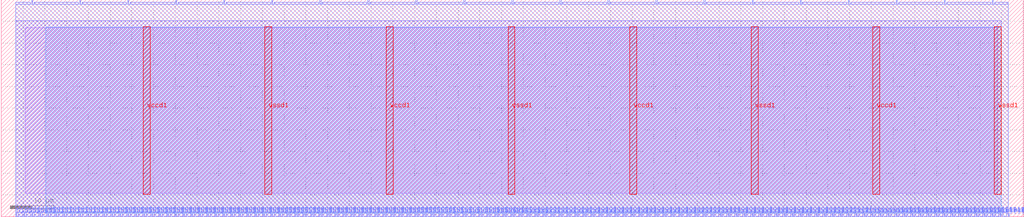
<source format=lef>
VERSION 5.7 ;
  NOWIREEXTENSIONATPIN ON ;
  DIVIDERCHAR "/" ;
  BUSBITCHARS "[]" ;
MACRO N_term_single2
  CLASS BLOCK ;
  FOREIGN N_term_single2 ;
  ORIGIN 0.000 0.000 ;
  SIZE 235.000 BY 50.000 ;
  PIN FrameStrobe[0]
    DIRECTION INPUT ;
    USE SIGNAL ;
    ANTENNAGATEAREA 0.196500 ;
    PORT
      LAYER met2 ;
        RECT 196.510 0.000 196.790 0.800 ;
    END
  END FrameStrobe[0]
  PIN FrameStrobe[10]
    DIRECTION INPUT ;
    USE SIGNAL ;
    ANTENNAGATEAREA 0.196500 ;
    PORT
      LAYER met2 ;
        RECT 214.910 0.000 215.190 0.800 ;
    END
  END FrameStrobe[10]
  PIN FrameStrobe[11]
    DIRECTION INPUT ;
    USE SIGNAL ;
    ANTENNAGATEAREA 0.196500 ;
    PORT
      LAYER met2 ;
        RECT 216.750 0.000 217.030 0.800 ;
    END
  END FrameStrobe[11]
  PIN FrameStrobe[12]
    DIRECTION INPUT ;
    USE SIGNAL ;
    ANTENNAGATEAREA 0.196500 ;
    PORT
      LAYER met2 ;
        RECT 218.590 0.000 218.870 0.800 ;
    END
  END FrameStrobe[12]
  PIN FrameStrobe[13]
    DIRECTION INPUT ;
    USE SIGNAL ;
    ANTENNAGATEAREA 0.196500 ;
    PORT
      LAYER met2 ;
        RECT 220.430 0.000 220.710 0.800 ;
    END
  END FrameStrobe[13]
  PIN FrameStrobe[14]
    DIRECTION INPUT ;
    USE SIGNAL ;
    ANTENNAGATEAREA 0.196500 ;
    PORT
      LAYER met2 ;
        RECT 222.270 0.000 222.550 0.800 ;
    END
  END FrameStrobe[14]
  PIN FrameStrobe[15]
    DIRECTION INPUT ;
    USE SIGNAL ;
    ANTENNAGATEAREA 0.196500 ;
    PORT
      LAYER met2 ;
        RECT 224.110 0.000 224.390 0.800 ;
    END
  END FrameStrobe[15]
  PIN FrameStrobe[16]
    DIRECTION INPUT ;
    USE SIGNAL ;
    ANTENNAGATEAREA 0.196500 ;
    PORT
      LAYER met2 ;
        RECT 225.950 0.000 226.230 0.800 ;
    END
  END FrameStrobe[16]
  PIN FrameStrobe[17]
    DIRECTION INPUT ;
    USE SIGNAL ;
    ANTENNAGATEAREA 0.196500 ;
    PORT
      LAYER met2 ;
        RECT 227.790 0.000 228.070 0.800 ;
    END
  END FrameStrobe[17]
  PIN FrameStrobe[18]
    DIRECTION INPUT ;
    USE SIGNAL ;
    ANTENNAGATEAREA 0.196500 ;
    PORT
      LAYER met2 ;
        RECT 229.630 0.000 229.910 0.800 ;
    END
  END FrameStrobe[18]
  PIN FrameStrobe[19]
    DIRECTION INPUT ;
    USE SIGNAL ;
    ANTENNAGATEAREA 0.196500 ;
    PORT
      LAYER met2 ;
        RECT 231.470 0.000 231.750 0.800 ;
    END
  END FrameStrobe[19]
  PIN FrameStrobe[1]
    DIRECTION INPUT ;
    USE SIGNAL ;
    ANTENNAGATEAREA 0.196500 ;
    PORT
      LAYER met2 ;
        RECT 198.350 0.000 198.630 0.800 ;
    END
  END FrameStrobe[1]
  PIN FrameStrobe[2]
    DIRECTION INPUT ;
    USE SIGNAL ;
    ANTENNAGATEAREA 0.196500 ;
    PORT
      LAYER met2 ;
        RECT 200.190 0.000 200.470 0.800 ;
    END
  END FrameStrobe[2]
  PIN FrameStrobe[3]
    DIRECTION INPUT ;
    USE SIGNAL ;
    ANTENNAGATEAREA 0.196500 ;
    PORT
      LAYER met2 ;
        RECT 202.030 0.000 202.310 0.800 ;
    END
  END FrameStrobe[3]
  PIN FrameStrobe[4]
    DIRECTION INPUT ;
    USE SIGNAL ;
    ANTENNAGATEAREA 0.196500 ;
    PORT
      LAYER met2 ;
        RECT 203.870 0.000 204.150 0.800 ;
    END
  END FrameStrobe[4]
  PIN FrameStrobe[5]
    DIRECTION INPUT ;
    USE SIGNAL ;
    ANTENNAGATEAREA 0.196500 ;
    PORT
      LAYER met2 ;
        RECT 205.710 0.000 205.990 0.800 ;
    END
  END FrameStrobe[5]
  PIN FrameStrobe[6]
    DIRECTION INPUT ;
    USE SIGNAL ;
    ANTENNAGATEAREA 0.126000 ;
    PORT
      LAYER met2 ;
        RECT 207.550 0.000 207.830 0.800 ;
    END
  END FrameStrobe[6]
  PIN FrameStrobe[7]
    DIRECTION INPUT ;
    USE SIGNAL ;
    ANTENNAGATEAREA 0.126000 ;
    PORT
      LAYER met2 ;
        RECT 209.390 0.000 209.670 0.800 ;
    END
  END FrameStrobe[7]
  PIN FrameStrobe[8]
    DIRECTION INPUT ;
    USE SIGNAL ;
    ANTENNAGATEAREA 0.196500 ;
    PORT
      LAYER met2 ;
        RECT 211.230 0.000 211.510 0.800 ;
    END
  END FrameStrobe[8]
  PIN FrameStrobe[9]
    DIRECTION INPUT ;
    USE SIGNAL ;
    ANTENNAGATEAREA 0.196500 ;
    PORT
      LAYER met2 ;
        RECT 213.070 0.000 213.350 0.800 ;
    END
  END FrameStrobe[9]
  PIN FrameStrobe_O[0]
    DIRECTION OUTPUT TRISTATE ;
    USE SIGNAL ;
    ANTENNADIFFAREA 0.445500 ;
    PORT
      LAYER met2 ;
        RECT 18.030 49.200 18.310 50.000 ;
    END
  END FrameStrobe_O[0]
  PIN FrameStrobe_O[10]
    DIRECTION OUTPUT TRISTATE ;
    USE SIGNAL ;
    ANTENNADIFFAREA 0.445500 ;
    PORT
      LAYER met2 ;
        RECT 128.430 49.200 128.710 50.000 ;
    END
  END FrameStrobe_O[10]
  PIN FrameStrobe_O[11]
    DIRECTION OUTPUT TRISTATE ;
    USE SIGNAL ;
    ANTENNADIFFAREA 0.445500 ;
    PORT
      LAYER met2 ;
        RECT 139.470 49.200 139.750 50.000 ;
    END
  END FrameStrobe_O[11]
  PIN FrameStrobe_O[12]
    DIRECTION OUTPUT TRISTATE ;
    USE SIGNAL ;
    ANTENNADIFFAREA 0.795200 ;
    PORT
      LAYER met2 ;
        RECT 150.510 49.200 150.790 50.000 ;
    END
  END FrameStrobe_O[12]
  PIN FrameStrobe_O[13]
    DIRECTION OUTPUT TRISTATE ;
    USE SIGNAL ;
    ANTENNADIFFAREA 0.445500 ;
    PORT
      LAYER met2 ;
        RECT 161.550 49.200 161.830 50.000 ;
    END
  END FrameStrobe_O[13]
  PIN FrameStrobe_O[14]
    DIRECTION OUTPUT TRISTATE ;
    USE SIGNAL ;
    ANTENNADIFFAREA 0.795200 ;
    PORT
      LAYER met2 ;
        RECT 172.590 49.200 172.870 50.000 ;
    END
  END FrameStrobe_O[14]
  PIN FrameStrobe_O[15]
    DIRECTION OUTPUT TRISTATE ;
    USE SIGNAL ;
    ANTENNADIFFAREA 0.445500 ;
    PORT
      LAYER met2 ;
        RECT 183.630 49.200 183.910 50.000 ;
    END
  END FrameStrobe_O[15]
  PIN FrameStrobe_O[16]
    DIRECTION OUTPUT TRISTATE ;
    USE SIGNAL ;
    ANTENNADIFFAREA 0.445500 ;
    PORT
      LAYER met2 ;
        RECT 194.670 49.200 194.950 50.000 ;
    END
  END FrameStrobe_O[16]
  PIN FrameStrobe_O[17]
    DIRECTION OUTPUT TRISTATE ;
    USE SIGNAL ;
    ANTENNADIFFAREA 0.795200 ;
    PORT
      LAYER met2 ;
        RECT 205.710 49.200 205.990 50.000 ;
    END
  END FrameStrobe_O[17]
  PIN FrameStrobe_O[18]
    DIRECTION OUTPUT TRISTATE ;
    USE SIGNAL ;
    ANTENNADIFFAREA 0.445500 ;
    PORT
      LAYER met2 ;
        RECT 216.750 49.200 217.030 50.000 ;
    END
  END FrameStrobe_O[18]
  PIN FrameStrobe_O[19]
    DIRECTION OUTPUT TRISTATE ;
    USE SIGNAL ;
    ANTENNADIFFAREA 0.795200 ;
    PORT
      LAYER met2 ;
        RECT 227.790 49.200 228.070 50.000 ;
    END
  END FrameStrobe_O[19]
  PIN FrameStrobe_O[1]
    DIRECTION OUTPUT TRISTATE ;
    USE SIGNAL ;
    ANTENNADIFFAREA 0.445500 ;
    PORT
      LAYER met2 ;
        RECT 29.070 49.200 29.350 50.000 ;
    END
  END FrameStrobe_O[1]
  PIN FrameStrobe_O[2]
    DIRECTION OUTPUT TRISTATE ;
    USE SIGNAL ;
    ANTENNADIFFAREA 0.795200 ;
    PORT
      LAYER met2 ;
        RECT 40.110 49.200 40.390 50.000 ;
    END
  END FrameStrobe_O[2]
  PIN FrameStrobe_O[3]
    DIRECTION OUTPUT TRISTATE ;
    USE SIGNAL ;
    ANTENNADIFFAREA 0.445500 ;
    PORT
      LAYER met2 ;
        RECT 51.150 49.200 51.430 50.000 ;
    END
  END FrameStrobe_O[3]
  PIN FrameStrobe_O[4]
    DIRECTION OUTPUT TRISTATE ;
    USE SIGNAL ;
    ANTENNADIFFAREA 0.795200 ;
    PORT
      LAYER met2 ;
        RECT 62.190 49.200 62.470 50.000 ;
    END
  END FrameStrobe_O[4]
  PIN FrameStrobe_O[5]
    DIRECTION OUTPUT TRISTATE ;
    USE SIGNAL ;
    ANTENNADIFFAREA 0.445500 ;
    PORT
      LAYER met2 ;
        RECT 73.230 49.200 73.510 50.000 ;
    END
  END FrameStrobe_O[5]
  PIN FrameStrobe_O[6]
    DIRECTION OUTPUT TRISTATE ;
    USE SIGNAL ;
    ANTENNADIFFAREA 0.445500 ;
    PORT
      LAYER met2 ;
        RECT 84.270 49.200 84.550 50.000 ;
    END
  END FrameStrobe_O[6]
  PIN FrameStrobe_O[7]
    DIRECTION OUTPUT TRISTATE ;
    USE SIGNAL ;
    ANTENNADIFFAREA 0.795200 ;
    PORT
      LAYER met2 ;
        RECT 95.310 49.200 95.590 50.000 ;
    END
  END FrameStrobe_O[7]
  PIN FrameStrobe_O[8]
    DIRECTION OUTPUT TRISTATE ;
    USE SIGNAL ;
    ANTENNADIFFAREA 0.445500 ;
    PORT
      LAYER met2 ;
        RECT 106.350 49.200 106.630 50.000 ;
    END
  END FrameStrobe_O[8]
  PIN FrameStrobe_O[9]
    DIRECTION OUTPUT TRISTATE ;
    USE SIGNAL ;
    ANTENNADIFFAREA 0.795200 ;
    PORT
      LAYER met2 ;
        RECT 117.390 49.200 117.670 50.000 ;
    END
  END FrameStrobe_O[9]
  PIN N1END[0]
    DIRECTION INPUT ;
    USE SIGNAL ;
    ANTENNAGATEAREA 0.196500 ;
    PORT
      LAYER met2 ;
        RECT 3.310 0.000 3.590 0.800 ;
    END
  END N1END[0]
  PIN N1END[1]
    DIRECTION INPUT ;
    USE SIGNAL ;
    ANTENNAGATEAREA 0.196500 ;
    PORT
      LAYER met2 ;
        RECT 5.150 0.000 5.430 0.800 ;
    END
  END N1END[1]
  PIN N1END[2]
    DIRECTION INPUT ;
    USE SIGNAL ;
    ANTENNAGATEAREA 0.196500 ;
    PORT
      LAYER met2 ;
        RECT 6.990 0.000 7.270 0.800 ;
    END
  END N1END[2]
  PIN N1END[3]
    DIRECTION INPUT ;
    USE SIGNAL ;
    ANTENNAGATEAREA 0.196500 ;
    PORT
      LAYER met2 ;
        RECT 8.830 0.000 9.110 0.800 ;
    END
  END N1END[3]
  PIN N2END[0]
    DIRECTION INPUT ;
    USE SIGNAL ;
    ANTENNAGATEAREA 0.196500 ;
    PORT
      LAYER met2 ;
        RECT 25.390 0.000 25.670 0.800 ;
    END
  END N2END[0]
  PIN N2END[1]
    DIRECTION INPUT ;
    USE SIGNAL ;
    ANTENNAGATEAREA 0.196500 ;
    PORT
      LAYER met2 ;
        RECT 27.230 0.000 27.510 0.800 ;
    END
  END N2END[1]
  PIN N2END[2]
    DIRECTION INPUT ;
    USE SIGNAL ;
    ANTENNAGATEAREA 0.196500 ;
    PORT
      LAYER met2 ;
        RECT 29.070 0.000 29.350 0.800 ;
    END
  END N2END[2]
  PIN N2END[3]
    DIRECTION INPUT ;
    USE SIGNAL ;
    ANTENNAGATEAREA 0.196500 ;
    PORT
      LAYER met2 ;
        RECT 30.910 0.000 31.190 0.800 ;
    END
  END N2END[3]
  PIN N2END[4]
    DIRECTION INPUT ;
    USE SIGNAL ;
    ANTENNAGATEAREA 0.196500 ;
    PORT
      LAYER met2 ;
        RECT 32.750 0.000 33.030 0.800 ;
    END
  END N2END[4]
  PIN N2END[5]
    DIRECTION INPUT ;
    USE SIGNAL ;
    ANTENNAGATEAREA 0.196500 ;
    PORT
      LAYER met2 ;
        RECT 34.590 0.000 34.870 0.800 ;
    END
  END N2END[5]
  PIN N2END[6]
    DIRECTION INPUT ;
    USE SIGNAL ;
    ANTENNAGATEAREA 0.196500 ;
    PORT
      LAYER met2 ;
        RECT 36.430 0.000 36.710 0.800 ;
    END
  END N2END[6]
  PIN N2END[7]
    DIRECTION INPUT ;
    USE SIGNAL ;
    ANTENNAGATEAREA 0.196500 ;
    PORT
      LAYER met2 ;
        RECT 38.270 0.000 38.550 0.800 ;
    END
  END N2END[7]
  PIN N2MID[0]
    DIRECTION INPUT ;
    USE SIGNAL ;
    ANTENNAGATEAREA 0.126000 ;
    PORT
      LAYER met2 ;
        RECT 10.670 0.000 10.950 0.800 ;
    END
  END N2MID[0]
  PIN N2MID[1]
    DIRECTION INPUT ;
    USE SIGNAL ;
    ANTENNAGATEAREA 0.196500 ;
    PORT
      LAYER met2 ;
        RECT 12.510 0.000 12.790 0.800 ;
    END
  END N2MID[1]
  PIN N2MID[2]
    DIRECTION INPUT ;
    USE SIGNAL ;
    ANTENNAGATEAREA 0.196500 ;
    PORT
      LAYER met2 ;
        RECT 14.350 0.000 14.630 0.800 ;
    END
  END N2MID[2]
  PIN N2MID[3]
    DIRECTION INPUT ;
    USE SIGNAL ;
    ANTENNAGATEAREA 0.196500 ;
    PORT
      LAYER met2 ;
        RECT 16.190 0.000 16.470 0.800 ;
    END
  END N2MID[3]
  PIN N2MID[4]
    DIRECTION INPUT ;
    USE SIGNAL ;
    ANTENNAGATEAREA 0.196500 ;
    PORT
      LAYER met2 ;
        RECT 18.030 0.000 18.310 0.800 ;
    END
  END N2MID[4]
  PIN N2MID[5]
    DIRECTION INPUT ;
    USE SIGNAL ;
    ANTENNAGATEAREA 0.196500 ;
    PORT
      LAYER met2 ;
        RECT 19.870 0.000 20.150 0.800 ;
    END
  END N2MID[5]
  PIN N2MID[6]
    DIRECTION INPUT ;
    USE SIGNAL ;
    ANTENNAGATEAREA 0.196500 ;
    PORT
      LAYER met2 ;
        RECT 21.710 0.000 21.990 0.800 ;
    END
  END N2MID[6]
  PIN N2MID[7]
    DIRECTION INPUT ;
    USE SIGNAL ;
    ANTENNAGATEAREA 0.196500 ;
    PORT
      LAYER met2 ;
        RECT 23.550 0.000 23.830 0.800 ;
    END
  END N2MID[7]
  PIN N4END[0]
    DIRECTION INPUT ;
    USE SIGNAL ;
    ANTENNAGATEAREA 0.196500 ;
    PORT
      LAYER met2 ;
        RECT 40.110 0.000 40.390 0.800 ;
    END
  END N4END[0]
  PIN N4END[10]
    DIRECTION INPUT ;
    USE SIGNAL ;
    ANTENNAGATEAREA 0.196500 ;
    PORT
      LAYER met2 ;
        RECT 58.510 0.000 58.790 0.800 ;
    END
  END N4END[10]
  PIN N4END[11]
    DIRECTION INPUT ;
    USE SIGNAL ;
    ANTENNAGATEAREA 0.196500 ;
    PORT
      LAYER met2 ;
        RECT 60.350 0.000 60.630 0.800 ;
    END
  END N4END[11]
  PIN N4END[12]
    DIRECTION INPUT ;
    USE SIGNAL ;
    ANTENNAGATEAREA 0.196500 ;
    PORT
      LAYER met2 ;
        RECT 62.190 0.000 62.470 0.800 ;
    END
  END N4END[12]
  PIN N4END[13]
    DIRECTION INPUT ;
    USE SIGNAL ;
    ANTENNAGATEAREA 0.196500 ;
    PORT
      LAYER met2 ;
        RECT 64.030 0.000 64.310 0.800 ;
    END
  END N4END[13]
  PIN N4END[14]
    DIRECTION INPUT ;
    USE SIGNAL ;
    ANTENNAGATEAREA 0.196500 ;
    PORT
      LAYER met2 ;
        RECT 65.870 0.000 66.150 0.800 ;
    END
  END N4END[14]
  PIN N4END[15]
    DIRECTION INPUT ;
    USE SIGNAL ;
    ANTENNAGATEAREA 0.196500 ;
    PORT
      LAYER met2 ;
        RECT 67.710 0.000 67.990 0.800 ;
    END
  END N4END[15]
  PIN N4END[1]
    DIRECTION INPUT ;
    USE SIGNAL ;
    ANTENNAGATEAREA 0.126000 ;
    PORT
      LAYER met2 ;
        RECT 41.950 0.000 42.230 0.800 ;
    END
  END N4END[1]
  PIN N4END[2]
    DIRECTION INPUT ;
    USE SIGNAL ;
    ANTENNAGATEAREA 0.196500 ;
    PORT
      LAYER met2 ;
        RECT 43.790 0.000 44.070 0.800 ;
    END
  END N4END[2]
  PIN N4END[3]
    DIRECTION INPUT ;
    USE SIGNAL ;
    ANTENNAGATEAREA 0.196500 ;
    PORT
      LAYER met2 ;
        RECT 45.630 0.000 45.910 0.800 ;
    END
  END N4END[3]
  PIN N4END[4]
    DIRECTION INPUT ;
    USE SIGNAL ;
    ANTENNAGATEAREA 0.196500 ;
    PORT
      LAYER met2 ;
        RECT 47.470 0.000 47.750 0.800 ;
    END
  END N4END[4]
  PIN N4END[5]
    DIRECTION INPUT ;
    USE SIGNAL ;
    ANTENNAGATEAREA 0.196500 ;
    PORT
      LAYER met2 ;
        RECT 49.310 0.000 49.590 0.800 ;
    END
  END N4END[5]
  PIN N4END[6]
    DIRECTION INPUT ;
    USE SIGNAL ;
    ANTENNAGATEAREA 0.196500 ;
    PORT
      LAYER met2 ;
        RECT 51.150 0.000 51.430 0.800 ;
    END
  END N4END[6]
  PIN N4END[7]
    DIRECTION INPUT ;
    USE SIGNAL ;
    ANTENNAGATEAREA 0.196500 ;
    PORT
      LAYER met2 ;
        RECT 52.990 0.000 53.270 0.800 ;
    END
  END N4END[7]
  PIN N4END[8]
    DIRECTION INPUT ;
    USE SIGNAL ;
    ANTENNAGATEAREA 0.196500 ;
    PORT
      LAYER met2 ;
        RECT 54.830 0.000 55.110 0.800 ;
    END
  END N4END[8]
  PIN N4END[9]
    DIRECTION INPUT ;
    USE SIGNAL ;
    ANTENNAGATEAREA 0.196500 ;
    PORT
      LAYER met2 ;
        RECT 56.670 0.000 56.950 0.800 ;
    END
  END N4END[9]
  PIN NN4END[0]
    DIRECTION INPUT ;
    USE SIGNAL ;
    ANTENNAGATEAREA 0.196500 ;
    PORT
      LAYER met2 ;
        RECT 69.550 0.000 69.830 0.800 ;
    END
  END NN4END[0]
  PIN NN4END[10]
    DIRECTION INPUT ;
    USE SIGNAL ;
    ANTENNAGATEAREA 0.196500 ;
    PORT
      LAYER met2 ;
        RECT 87.950 0.000 88.230 0.800 ;
    END
  END NN4END[10]
  PIN NN4END[11]
    DIRECTION INPUT ;
    USE SIGNAL ;
    ANTENNAGATEAREA 0.196500 ;
    PORT
      LAYER met2 ;
        RECT 89.790 0.000 90.070 0.800 ;
    END
  END NN4END[11]
  PIN NN4END[12]
    DIRECTION INPUT ;
    USE SIGNAL ;
    ANTENNAGATEAREA 0.196500 ;
    PORT
      LAYER met2 ;
        RECT 91.630 0.000 91.910 0.800 ;
    END
  END NN4END[12]
  PIN NN4END[13]
    DIRECTION INPUT ;
    USE SIGNAL ;
    ANTENNAGATEAREA 0.196500 ;
    PORT
      LAYER met2 ;
        RECT 93.470 0.000 93.750 0.800 ;
    END
  END NN4END[13]
  PIN NN4END[14]
    DIRECTION INPUT ;
    USE SIGNAL ;
    ANTENNAGATEAREA 0.196500 ;
    PORT
      LAYER met2 ;
        RECT 95.310 0.000 95.590 0.800 ;
    END
  END NN4END[14]
  PIN NN4END[15]
    DIRECTION INPUT ;
    USE SIGNAL ;
    ANTENNAGATEAREA 0.196500 ;
    PORT
      LAYER met2 ;
        RECT 97.150 0.000 97.430 0.800 ;
    END
  END NN4END[15]
  PIN NN4END[1]
    DIRECTION INPUT ;
    USE SIGNAL ;
    ANTENNAGATEAREA 0.196500 ;
    PORT
      LAYER met2 ;
        RECT 71.390 0.000 71.670 0.800 ;
    END
  END NN4END[1]
  PIN NN4END[2]
    DIRECTION INPUT ;
    USE SIGNAL ;
    ANTENNAGATEAREA 0.196500 ;
    PORT
      LAYER met2 ;
        RECT 73.230 0.000 73.510 0.800 ;
    END
  END NN4END[2]
  PIN NN4END[3]
    DIRECTION INPUT ;
    USE SIGNAL ;
    ANTENNAGATEAREA 0.196500 ;
    PORT
      LAYER met2 ;
        RECT 75.070 0.000 75.350 0.800 ;
    END
  END NN4END[3]
  PIN NN4END[4]
    DIRECTION INPUT ;
    USE SIGNAL ;
    ANTENNAGATEAREA 0.196500 ;
    PORT
      LAYER met2 ;
        RECT 76.910 0.000 77.190 0.800 ;
    END
  END NN4END[4]
  PIN NN4END[5]
    DIRECTION INPUT ;
    USE SIGNAL ;
    ANTENNAGATEAREA 0.196500 ;
    PORT
      LAYER met2 ;
        RECT 78.750 0.000 79.030 0.800 ;
    END
  END NN4END[5]
  PIN NN4END[6]
    DIRECTION INPUT ;
    USE SIGNAL ;
    ANTENNAGATEAREA 0.196500 ;
    PORT
      LAYER met2 ;
        RECT 80.590 0.000 80.870 0.800 ;
    END
  END NN4END[6]
  PIN NN4END[7]
    DIRECTION INPUT ;
    USE SIGNAL ;
    ANTENNAGATEAREA 0.196500 ;
    PORT
      LAYER met2 ;
        RECT 82.430 0.000 82.710 0.800 ;
    END
  END NN4END[7]
  PIN NN4END[8]
    DIRECTION INPUT ;
    USE SIGNAL ;
    ANTENNAGATEAREA 0.196500 ;
    PORT
      LAYER met2 ;
        RECT 84.270 0.000 84.550 0.800 ;
    END
  END NN4END[8]
  PIN NN4END[9]
    DIRECTION INPUT ;
    USE SIGNAL ;
    ANTENNAGATEAREA 0.196500 ;
    PORT
      LAYER met2 ;
        RECT 86.110 0.000 86.390 0.800 ;
    END
  END NN4END[9]
  PIN S1BEG[0]
    DIRECTION OUTPUT TRISTATE ;
    USE SIGNAL ;
    ANTENNADIFFAREA 0.445500 ;
    PORT
      LAYER met2 ;
        RECT 98.990 0.000 99.270 0.800 ;
    END
  END S1BEG[0]
  PIN S1BEG[1]
    DIRECTION OUTPUT TRISTATE ;
    USE SIGNAL ;
    ANTENNADIFFAREA 0.445500 ;
    PORT
      LAYER met2 ;
        RECT 100.830 0.000 101.110 0.800 ;
    END
  END S1BEG[1]
  PIN S1BEG[2]
    DIRECTION OUTPUT TRISTATE ;
    USE SIGNAL ;
    ANTENNADIFFAREA 0.445500 ;
    PORT
      LAYER met2 ;
        RECT 102.670 0.000 102.950 0.800 ;
    END
  END S1BEG[2]
  PIN S1BEG[3]
    DIRECTION OUTPUT TRISTATE ;
    USE SIGNAL ;
    ANTENNADIFFAREA 0.795200 ;
    PORT
      LAYER met2 ;
        RECT 104.510 0.000 104.790 0.800 ;
    END
  END S1BEG[3]
  PIN S2BEG[0]
    DIRECTION OUTPUT TRISTATE ;
    USE SIGNAL ;
    ANTENNADIFFAREA 0.795200 ;
    PORT
      LAYER met2 ;
        RECT 121.070 0.000 121.350 0.800 ;
    END
  END S2BEG[0]
  PIN S2BEG[1]
    DIRECTION OUTPUT TRISTATE ;
    USE SIGNAL ;
    ANTENNADIFFAREA 0.795200 ;
    PORT
      LAYER met2 ;
        RECT 122.910 0.000 123.190 0.800 ;
    END
  END S2BEG[1]
  PIN S2BEG[2]
    DIRECTION OUTPUT TRISTATE ;
    USE SIGNAL ;
    ANTENNADIFFAREA 0.445500 ;
    PORT
      LAYER met2 ;
        RECT 124.750 0.000 125.030 0.800 ;
    END
  END S2BEG[2]
  PIN S2BEG[3]
    DIRECTION OUTPUT TRISTATE ;
    USE SIGNAL ;
    ANTENNADIFFAREA 0.445500 ;
    PORT
      LAYER met2 ;
        RECT 126.590 0.000 126.870 0.800 ;
    END
  END S2BEG[3]
  PIN S2BEG[4]
    DIRECTION OUTPUT TRISTATE ;
    USE SIGNAL ;
    ANTENNADIFFAREA 0.795200 ;
    PORT
      LAYER met2 ;
        RECT 128.430 0.000 128.710 0.800 ;
    END
  END S2BEG[4]
  PIN S2BEG[5]
    DIRECTION OUTPUT TRISTATE ;
    USE SIGNAL ;
    ANTENNADIFFAREA 0.795200 ;
    PORT
      LAYER met2 ;
        RECT 130.270 0.000 130.550 0.800 ;
    END
  END S2BEG[5]
  PIN S2BEG[6]
    DIRECTION OUTPUT TRISTATE ;
    USE SIGNAL ;
    ANTENNADIFFAREA 0.445500 ;
    PORT
      LAYER met2 ;
        RECT 132.110 0.000 132.390 0.800 ;
    END
  END S2BEG[6]
  PIN S2BEG[7]
    DIRECTION OUTPUT TRISTATE ;
    USE SIGNAL ;
    ANTENNADIFFAREA 0.445500 ;
    PORT
      LAYER met2 ;
        RECT 133.950 0.000 134.230 0.800 ;
    END
  END S2BEG[7]
  PIN S2BEGb[0]
    DIRECTION OUTPUT TRISTATE ;
    USE SIGNAL ;
    ANTENNADIFFAREA 0.445500 ;
    PORT
      LAYER met2 ;
        RECT 106.350 0.000 106.630 0.800 ;
    END
  END S2BEGb[0]
  PIN S2BEGb[1]
    DIRECTION OUTPUT TRISTATE ;
    USE SIGNAL ;
    ANTENNADIFFAREA 0.445500 ;
    PORT
      LAYER met2 ;
        RECT 108.190 0.000 108.470 0.800 ;
    END
  END S2BEGb[1]
  PIN S2BEGb[2]
    DIRECTION OUTPUT TRISTATE ;
    USE SIGNAL ;
    ANTENNADIFFAREA 0.795200 ;
    PORT
      LAYER met2 ;
        RECT 110.030 0.000 110.310 0.800 ;
    END
  END S2BEGb[2]
  PIN S2BEGb[3]
    DIRECTION OUTPUT TRISTATE ;
    USE SIGNAL ;
    ANTENNADIFFAREA 0.445500 ;
    PORT
      LAYER met2 ;
        RECT 111.870 0.000 112.150 0.800 ;
    END
  END S2BEGb[3]
  PIN S2BEGb[4]
    DIRECTION OUTPUT TRISTATE ;
    USE SIGNAL ;
    ANTENNADIFFAREA 0.445500 ;
    PORT
      LAYER met2 ;
        RECT 113.710 0.000 113.990 0.800 ;
    END
  END S2BEGb[4]
  PIN S2BEGb[5]
    DIRECTION OUTPUT TRISTATE ;
    USE SIGNAL ;
    ANTENNADIFFAREA 0.445500 ;
    PORT
      LAYER met2 ;
        RECT 115.550 0.000 115.830 0.800 ;
    END
  END S2BEGb[5]
  PIN S2BEGb[6]
    DIRECTION OUTPUT TRISTATE ;
    USE SIGNAL ;
    ANTENNADIFFAREA 0.795200 ;
    PORT
      LAYER met2 ;
        RECT 117.390 0.000 117.670 0.800 ;
    END
  END S2BEGb[6]
  PIN S2BEGb[7]
    DIRECTION OUTPUT TRISTATE ;
    USE SIGNAL ;
    ANTENNADIFFAREA 0.445500 ;
    PORT
      LAYER met2 ;
        RECT 119.230 0.000 119.510 0.800 ;
    END
  END S2BEGb[7]
  PIN S4BEG[0]
    DIRECTION OUTPUT TRISTATE ;
    USE SIGNAL ;
    ANTENNADIFFAREA 0.795200 ;
    PORT
      LAYER met2 ;
        RECT 135.790 0.000 136.070 0.800 ;
    END
  END S4BEG[0]
  PIN S4BEG[10]
    DIRECTION OUTPUT TRISTATE ;
    USE SIGNAL ;
    ANTENNADIFFAREA 0.795200 ;
    PORT
      LAYER met2 ;
        RECT 154.190 0.000 154.470 0.800 ;
    END
  END S4BEG[10]
  PIN S4BEG[11]
    DIRECTION OUTPUT TRISTATE ;
    USE SIGNAL ;
    ANTENNADIFFAREA 0.795200 ;
    PORT
      LAYER met2 ;
        RECT 156.030 0.000 156.310 0.800 ;
    END
  END S4BEG[11]
  PIN S4BEG[12]
    DIRECTION OUTPUT TRISTATE ;
    USE SIGNAL ;
    ANTENNADIFFAREA 0.795200 ;
    PORT
      LAYER met2 ;
        RECT 157.870 0.000 158.150 0.800 ;
    END
  END S4BEG[12]
  PIN S4BEG[13]
    DIRECTION OUTPUT TRISTATE ;
    USE SIGNAL ;
    ANTENNADIFFAREA 0.795200 ;
    PORT
      LAYER met2 ;
        RECT 159.710 0.000 159.990 0.800 ;
    END
  END S4BEG[13]
  PIN S4BEG[14]
    DIRECTION OUTPUT TRISTATE ;
    USE SIGNAL ;
    ANTENNADIFFAREA 0.795200 ;
    PORT
      LAYER met2 ;
        RECT 161.550 0.000 161.830 0.800 ;
    END
  END S4BEG[14]
  PIN S4BEG[15]
    DIRECTION OUTPUT TRISTATE ;
    USE SIGNAL ;
    ANTENNADIFFAREA 0.795200 ;
    PORT
      LAYER met2 ;
        RECT 163.390 0.000 163.670 0.800 ;
    END
  END S4BEG[15]
  PIN S4BEG[1]
    DIRECTION OUTPUT TRISTATE ;
    USE SIGNAL ;
    ANTENNADIFFAREA 0.795200 ;
    PORT
      LAYER met2 ;
        RECT 137.630 0.000 137.910 0.800 ;
    END
  END S4BEG[1]
  PIN S4BEG[2]
    DIRECTION OUTPUT TRISTATE ;
    USE SIGNAL ;
    ANTENNADIFFAREA 0.445500 ;
    PORT
      LAYER met2 ;
        RECT 139.470 0.000 139.750 0.800 ;
    END
  END S4BEG[2]
  PIN S4BEG[3]
    DIRECTION OUTPUT TRISTATE ;
    USE SIGNAL ;
    ANTENNADIFFAREA 0.795200 ;
    PORT
      LAYER met2 ;
        RECT 141.310 0.000 141.590 0.800 ;
    END
  END S4BEG[3]
  PIN S4BEG[4]
    DIRECTION OUTPUT TRISTATE ;
    USE SIGNAL ;
    ANTENNADIFFAREA 0.795200 ;
    PORT
      LAYER met2 ;
        RECT 143.150 0.000 143.430 0.800 ;
    END
  END S4BEG[4]
  PIN S4BEG[5]
    DIRECTION OUTPUT TRISTATE ;
    USE SIGNAL ;
    ANTENNADIFFAREA 0.795200 ;
    PORT
      LAYER met2 ;
        RECT 144.990 0.000 145.270 0.800 ;
    END
  END S4BEG[5]
  PIN S4BEG[6]
    DIRECTION OUTPUT TRISTATE ;
    USE SIGNAL ;
    ANTENNADIFFAREA 0.795200 ;
    PORT
      LAYER met2 ;
        RECT 146.830 0.000 147.110 0.800 ;
    END
  END S4BEG[6]
  PIN S4BEG[7]
    DIRECTION OUTPUT TRISTATE ;
    USE SIGNAL ;
    ANTENNADIFFAREA 0.795200 ;
    PORT
      LAYER met2 ;
        RECT 148.670 0.000 148.950 0.800 ;
    END
  END S4BEG[7]
  PIN S4BEG[8]
    DIRECTION OUTPUT TRISTATE ;
    USE SIGNAL ;
    ANTENNADIFFAREA 0.795200 ;
    PORT
      LAYER met2 ;
        RECT 150.510 0.000 150.790 0.800 ;
    END
  END S4BEG[8]
  PIN S4BEG[9]
    DIRECTION OUTPUT TRISTATE ;
    USE SIGNAL ;
    ANTENNADIFFAREA 0.795200 ;
    PORT
      LAYER met2 ;
        RECT 152.350 0.000 152.630 0.800 ;
    END
  END S4BEG[9]
  PIN SS4BEG[0]
    DIRECTION OUTPUT TRISTATE ;
    USE SIGNAL ;
    ANTENNADIFFAREA 0.795200 ;
    PORT
      LAYER met2 ;
        RECT 165.230 0.000 165.510 0.800 ;
    END
  END SS4BEG[0]
  PIN SS4BEG[10]
    DIRECTION OUTPUT TRISTATE ;
    USE SIGNAL ;
    ANTENNADIFFAREA 0.795200 ;
    PORT
      LAYER met2 ;
        RECT 183.630 0.000 183.910 0.800 ;
    END
  END SS4BEG[10]
  PIN SS4BEG[11]
    DIRECTION OUTPUT TRISTATE ;
    USE SIGNAL ;
    ANTENNADIFFAREA 0.795200 ;
    PORT
      LAYER met2 ;
        RECT 185.470 0.000 185.750 0.800 ;
    END
  END SS4BEG[11]
  PIN SS4BEG[12]
    DIRECTION OUTPUT TRISTATE ;
    USE SIGNAL ;
    ANTENNADIFFAREA 0.795200 ;
    PORT
      LAYER met2 ;
        RECT 187.310 0.000 187.590 0.800 ;
    END
  END SS4BEG[12]
  PIN SS4BEG[13]
    DIRECTION OUTPUT TRISTATE ;
    USE SIGNAL ;
    ANTENNADIFFAREA 0.795200 ;
    PORT
      LAYER met2 ;
        RECT 189.150 0.000 189.430 0.800 ;
    END
  END SS4BEG[13]
  PIN SS4BEG[14]
    DIRECTION OUTPUT TRISTATE ;
    USE SIGNAL ;
    ANTENNADIFFAREA 0.795200 ;
    PORT
      LAYER met2 ;
        RECT 190.990 0.000 191.270 0.800 ;
    END
  END SS4BEG[14]
  PIN SS4BEG[15]
    DIRECTION OUTPUT TRISTATE ;
    USE SIGNAL ;
    ANTENNADIFFAREA 0.795200 ;
    PORT
      LAYER met2 ;
        RECT 192.830 0.000 193.110 0.800 ;
    END
  END SS4BEG[15]
  PIN SS4BEG[1]
    DIRECTION OUTPUT TRISTATE ;
    USE SIGNAL ;
    ANTENNADIFFAREA 0.795200 ;
    PORT
      LAYER met2 ;
        RECT 167.070 0.000 167.350 0.800 ;
    END
  END SS4BEG[1]
  PIN SS4BEG[2]
    DIRECTION OUTPUT TRISTATE ;
    USE SIGNAL ;
    ANTENNADIFFAREA 0.795200 ;
    PORT
      LAYER met2 ;
        RECT 168.910 0.000 169.190 0.800 ;
    END
  END SS4BEG[2]
  PIN SS4BEG[3]
    DIRECTION OUTPUT TRISTATE ;
    USE SIGNAL ;
    ANTENNADIFFAREA 0.795200 ;
    PORT
      LAYER met2 ;
        RECT 170.750 0.000 171.030 0.800 ;
    END
  END SS4BEG[3]
  PIN SS4BEG[4]
    DIRECTION OUTPUT TRISTATE ;
    USE SIGNAL ;
    ANTENNADIFFAREA 0.795200 ;
    PORT
      LAYER met2 ;
        RECT 172.590 0.000 172.870 0.800 ;
    END
  END SS4BEG[4]
  PIN SS4BEG[5]
    DIRECTION OUTPUT TRISTATE ;
    USE SIGNAL ;
    ANTENNADIFFAREA 0.795200 ;
    PORT
      LAYER met2 ;
        RECT 174.430 0.000 174.710 0.800 ;
    END
  END SS4BEG[5]
  PIN SS4BEG[6]
    DIRECTION OUTPUT TRISTATE ;
    USE SIGNAL ;
    ANTENNADIFFAREA 0.795200 ;
    PORT
      LAYER met2 ;
        RECT 176.270 0.000 176.550 0.800 ;
    END
  END SS4BEG[6]
  PIN SS4BEG[7]
    DIRECTION OUTPUT TRISTATE ;
    USE SIGNAL ;
    ANTENNADIFFAREA 0.795200 ;
    PORT
      LAYER met2 ;
        RECT 178.110 0.000 178.390 0.800 ;
    END
  END SS4BEG[7]
  PIN SS4BEG[8]
    DIRECTION OUTPUT TRISTATE ;
    USE SIGNAL ;
    ANTENNADIFFAREA 0.795200 ;
    PORT
      LAYER met2 ;
        RECT 179.950 0.000 180.230 0.800 ;
    END
  END SS4BEG[8]
  PIN SS4BEG[9]
    DIRECTION OUTPUT TRISTATE ;
    USE SIGNAL ;
    ANTENNADIFFAREA 0.795200 ;
    PORT
      LAYER met2 ;
        RECT 181.790 0.000 182.070 0.800 ;
    END
  END SS4BEG[9]
  PIN UserCLK
    DIRECTION INPUT ;
    USE SIGNAL ;
    ANTENNAGATEAREA 0.196500 ;
    PORT
      LAYER met2 ;
        RECT 194.670 0.000 194.950 0.800 ;
    END
  END UserCLK
  PIN UserCLKo
    DIRECTION OUTPUT TRISTATE ;
    USE SIGNAL ;
    ANTENNADIFFAREA 0.795200 ;
    PORT
      LAYER met2 ;
        RECT 6.990 49.200 7.270 50.000 ;
    END
  END UserCLKo
  PIN vccd1
    DIRECTION INOUT ;
    USE POWER ;
    PORT
      LAYER met4 ;
        RECT 32.665 5.200 34.265 43.760 ;
    END
    PORT
      LAYER met4 ;
        RECT 88.555 5.200 90.155 43.760 ;
    END
    PORT
      LAYER met4 ;
        RECT 144.445 5.200 146.045 43.760 ;
    END
    PORT
      LAYER met4 ;
        RECT 200.335 5.200 201.935 43.760 ;
    END
  END vccd1
  PIN vssd1
    DIRECTION INOUT ;
    USE GROUND ;
    PORT
      LAYER met4 ;
        RECT 60.610 5.200 62.210 43.760 ;
    END
    PORT
      LAYER met4 ;
        RECT 116.500 5.200 118.100 43.760 ;
    END
    PORT
      LAYER met4 ;
        RECT 172.390 5.200 173.990 43.760 ;
    END
    PORT
      LAYER met4 ;
        RECT 228.280 5.200 229.880 43.760 ;
    END
  END vssd1
  OBS
      LAYER li1 ;
        RECT 5.520 5.355 229.080 43.605 ;
      LAYER met1 ;
        RECT 3.290 0.040 229.930 45.180 ;
      LAYER met2 ;
        RECT 3.320 48.920 6.710 49.370 ;
        RECT 7.550 48.920 17.750 49.370 ;
        RECT 18.590 48.920 28.790 49.370 ;
        RECT 29.630 48.920 39.830 49.370 ;
        RECT 40.670 48.920 50.870 49.370 ;
        RECT 51.710 48.920 61.910 49.370 ;
        RECT 62.750 48.920 72.950 49.370 ;
        RECT 73.790 48.920 83.990 49.370 ;
        RECT 84.830 48.920 95.030 49.370 ;
        RECT 95.870 48.920 106.070 49.370 ;
        RECT 106.910 48.920 117.110 49.370 ;
        RECT 117.950 48.920 128.150 49.370 ;
        RECT 128.990 48.920 139.190 49.370 ;
        RECT 140.030 48.920 150.230 49.370 ;
        RECT 151.070 48.920 161.270 49.370 ;
        RECT 162.110 48.920 172.310 49.370 ;
        RECT 173.150 48.920 183.350 49.370 ;
        RECT 184.190 48.920 194.390 49.370 ;
        RECT 195.230 48.920 205.430 49.370 ;
        RECT 206.270 48.920 216.470 49.370 ;
        RECT 217.310 48.920 227.510 49.370 ;
        RECT 228.350 48.920 231.470 49.370 ;
        RECT 3.320 1.080 231.470 48.920 ;
        RECT 3.870 0.010 4.870 1.080 ;
        RECT 5.710 0.010 6.710 1.080 ;
        RECT 7.550 0.010 8.550 1.080 ;
        RECT 9.390 0.010 10.390 1.080 ;
        RECT 11.230 0.010 12.230 1.080 ;
        RECT 13.070 0.010 14.070 1.080 ;
        RECT 14.910 0.010 15.910 1.080 ;
        RECT 16.750 0.010 17.750 1.080 ;
        RECT 18.590 0.010 19.590 1.080 ;
        RECT 20.430 0.010 21.430 1.080 ;
        RECT 22.270 0.010 23.270 1.080 ;
        RECT 24.110 0.010 25.110 1.080 ;
        RECT 25.950 0.010 26.950 1.080 ;
        RECT 27.790 0.010 28.790 1.080 ;
        RECT 29.630 0.010 30.630 1.080 ;
        RECT 31.470 0.010 32.470 1.080 ;
        RECT 33.310 0.010 34.310 1.080 ;
        RECT 35.150 0.010 36.150 1.080 ;
        RECT 36.990 0.010 37.990 1.080 ;
        RECT 38.830 0.010 39.830 1.080 ;
        RECT 40.670 0.010 41.670 1.080 ;
        RECT 42.510 0.010 43.510 1.080 ;
        RECT 44.350 0.010 45.350 1.080 ;
        RECT 46.190 0.010 47.190 1.080 ;
        RECT 48.030 0.010 49.030 1.080 ;
        RECT 49.870 0.010 50.870 1.080 ;
        RECT 51.710 0.010 52.710 1.080 ;
        RECT 53.550 0.010 54.550 1.080 ;
        RECT 55.390 0.010 56.390 1.080 ;
        RECT 57.230 0.010 58.230 1.080 ;
        RECT 59.070 0.010 60.070 1.080 ;
        RECT 60.910 0.010 61.910 1.080 ;
        RECT 62.750 0.010 63.750 1.080 ;
        RECT 64.590 0.010 65.590 1.080 ;
        RECT 66.430 0.010 67.430 1.080 ;
        RECT 68.270 0.010 69.270 1.080 ;
        RECT 70.110 0.010 71.110 1.080 ;
        RECT 71.950 0.010 72.950 1.080 ;
        RECT 73.790 0.010 74.790 1.080 ;
        RECT 75.630 0.010 76.630 1.080 ;
        RECT 77.470 0.010 78.470 1.080 ;
        RECT 79.310 0.010 80.310 1.080 ;
        RECT 81.150 0.010 82.150 1.080 ;
        RECT 82.990 0.010 83.990 1.080 ;
        RECT 84.830 0.010 85.830 1.080 ;
        RECT 86.670 0.010 87.670 1.080 ;
        RECT 88.510 0.010 89.510 1.080 ;
        RECT 90.350 0.010 91.350 1.080 ;
        RECT 92.190 0.010 93.190 1.080 ;
        RECT 94.030 0.010 95.030 1.080 ;
        RECT 95.870 0.010 96.870 1.080 ;
        RECT 97.710 0.010 98.710 1.080 ;
        RECT 99.550 0.010 100.550 1.080 ;
        RECT 101.390 0.010 102.390 1.080 ;
        RECT 103.230 0.010 104.230 1.080 ;
        RECT 105.070 0.010 106.070 1.080 ;
        RECT 106.910 0.010 107.910 1.080 ;
        RECT 108.750 0.010 109.750 1.080 ;
        RECT 110.590 0.010 111.590 1.080 ;
        RECT 112.430 0.010 113.430 1.080 ;
        RECT 114.270 0.010 115.270 1.080 ;
        RECT 116.110 0.010 117.110 1.080 ;
        RECT 117.950 0.010 118.950 1.080 ;
        RECT 119.790 0.010 120.790 1.080 ;
        RECT 121.630 0.010 122.630 1.080 ;
        RECT 123.470 0.010 124.470 1.080 ;
        RECT 125.310 0.010 126.310 1.080 ;
        RECT 127.150 0.010 128.150 1.080 ;
        RECT 128.990 0.010 129.990 1.080 ;
        RECT 130.830 0.010 131.830 1.080 ;
        RECT 132.670 0.010 133.670 1.080 ;
        RECT 134.510 0.010 135.510 1.080 ;
        RECT 136.350 0.010 137.350 1.080 ;
        RECT 138.190 0.010 139.190 1.080 ;
        RECT 140.030 0.010 141.030 1.080 ;
        RECT 141.870 0.010 142.870 1.080 ;
        RECT 143.710 0.010 144.710 1.080 ;
        RECT 145.550 0.010 146.550 1.080 ;
        RECT 147.390 0.010 148.390 1.080 ;
        RECT 149.230 0.010 150.230 1.080 ;
        RECT 151.070 0.010 152.070 1.080 ;
        RECT 152.910 0.010 153.910 1.080 ;
        RECT 154.750 0.010 155.750 1.080 ;
        RECT 156.590 0.010 157.590 1.080 ;
        RECT 158.430 0.010 159.430 1.080 ;
        RECT 160.270 0.010 161.270 1.080 ;
        RECT 162.110 0.010 163.110 1.080 ;
        RECT 163.950 0.010 164.950 1.080 ;
        RECT 165.790 0.010 166.790 1.080 ;
        RECT 167.630 0.010 168.630 1.080 ;
        RECT 169.470 0.010 170.470 1.080 ;
        RECT 171.310 0.010 172.310 1.080 ;
        RECT 173.150 0.010 174.150 1.080 ;
        RECT 174.990 0.010 175.990 1.080 ;
        RECT 176.830 0.010 177.830 1.080 ;
        RECT 178.670 0.010 179.670 1.080 ;
        RECT 180.510 0.010 181.510 1.080 ;
        RECT 182.350 0.010 183.350 1.080 ;
        RECT 184.190 0.010 185.190 1.080 ;
        RECT 186.030 0.010 187.030 1.080 ;
        RECT 187.870 0.010 188.870 1.080 ;
        RECT 189.710 0.010 190.710 1.080 ;
        RECT 191.550 0.010 192.550 1.080 ;
        RECT 193.390 0.010 194.390 1.080 ;
        RECT 195.230 0.010 196.230 1.080 ;
        RECT 197.070 0.010 198.070 1.080 ;
        RECT 198.910 0.010 199.910 1.080 ;
        RECT 200.750 0.010 201.750 1.080 ;
        RECT 202.590 0.010 203.590 1.080 ;
        RECT 204.430 0.010 205.430 1.080 ;
        RECT 206.270 0.010 207.270 1.080 ;
        RECT 208.110 0.010 209.110 1.080 ;
        RECT 209.950 0.010 210.950 1.080 ;
        RECT 211.790 0.010 212.790 1.080 ;
        RECT 213.630 0.010 214.630 1.080 ;
        RECT 215.470 0.010 216.470 1.080 ;
        RECT 217.310 0.010 218.310 1.080 ;
        RECT 219.150 0.010 220.150 1.080 ;
        RECT 220.990 0.010 221.990 1.080 ;
        RECT 222.830 0.010 223.830 1.080 ;
        RECT 224.670 0.010 225.670 1.080 ;
        RECT 226.510 0.010 227.510 1.080 ;
        RECT 228.350 0.010 229.350 1.080 ;
        RECT 230.190 0.010 231.190 1.080 ;
      LAYER met3 ;
        RECT 10.185 0.855 229.870 43.685 ;
  END
END N_term_single2
END LIBRARY


</source>
